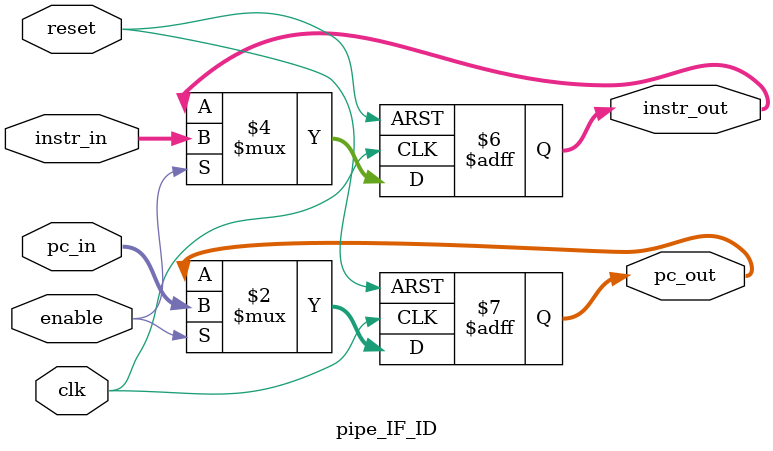
<source format=v>

module pipe_IF_ID (
    input wire clk,
    input wire reset,
    input wire enable,               // Controle de stall (1 = permite avanço)
    input wire [31:0] instr_in,      // Instrução vinda do estágio IF
    input wire [31:0] pc_in,         // Contador do PC que vem de IF

    output reg [31:0] instr_out,     // Instrução para o estágio ID
    output reg [31:0] pc_out  		 // Contador do PC para o estágio ID
);

    always @(posedge clk or posedge reset) begin
        if (reset) begin    // Reseta os sinais de controle e dados
            instr_out     <= 32'b0;
            pc_out  <= 32'b0;
        end
        else if (enable) begin     // Armazenar dados na transição de clock
            instr_out     <= instr_in;
            pc_out  <= pc_in;
        end
        // Se enable = 0, mantem os valores antigos para fazer stall
        // Se tiver tempo a gente organiza esses comentários
    end

endmodule
</source>
